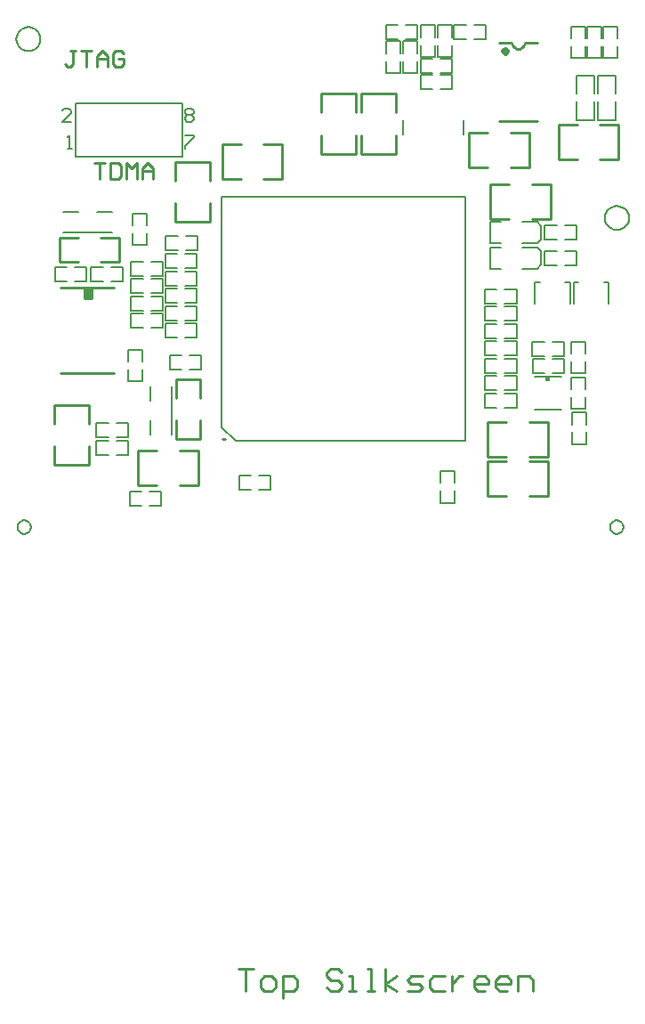
<source format=gto>
%FSLAX24Y24*%
%MOIN*%
G70*
G01*
G75*
%ADD10C,0.0040*%
%ADD11C,0.0400*%
%ADD12C,0.0157*%
%ADD13R,0.0236X0.0906*%
%ADD14R,0.0380X0.0380*%
%ADD15R,0.0315X0.0472*%
%ADD16R,0.0650X0.0500*%
%ADD17R,0.0600X0.1000*%
%ADD18R,0.0600X0.0600*%
%ADD19R,0.0551X0.0512*%
%ADD20R,0.0472X0.0394*%
%ADD21R,0.1000X0.0600*%
%ADD22R,0.0433X0.0236*%
%ADD23R,0.0800X0.0800*%
%ADD24R,0.2480X0.0846*%
%ADD25R,0.0500X0.0600*%
%ADD26R,0.0512X0.0551*%
%ADD27R,0.0394X0.0472*%
%ADD28O,0.0846X0.0138*%
%ADD29R,0.0846X0.0138*%
%ADD30R,0.1181X0.1575*%
%ADD31C,0.0100*%
%ADD32C,0.0060*%
%ADD33C,0.0050*%
%ADD34C,0.0138*%
%ADD35C,0.0200*%
%ADD36C,0.0250*%
%ADD37C,0.0130*%
%ADD38C,0.0500*%
%ADD39C,0.0300*%
%ADD40C,0.0400*%
%ADD41C,0.0110*%
%ADD42C,0.0098*%
%ADD43C,0.0600*%
%ADD44P,0.0600X8X0*%
%ADD45C,0.0620*%
%ADD46P,0.0620X8X0*%
%ADD47C,0.0180*%
%ADD48C,0.0200*%
%ADD49C,0.0500*%
%ADD50C,0.0150*%
%ADD51C,0.0080*%
%ADD52C,0.0059*%
%ADD53C,0.0098*%
%ADD54C,0.0079*%
D31*
X84633Y82835D02*
X84555D01*
X84633D01*
X97134Y94597D02*
X97834D01*
X97134Y93297D02*
X97834D01*
X98684D02*
X99384D01*
X98684Y94597D02*
X99384D01*
X97134Y93297D02*
Y94597D01*
X99384Y93297D02*
Y94597D01*
X94484Y80697D02*
Y81997D01*
X96734Y80697D02*
Y81997D01*
X94484Y80697D02*
X95184D01*
X94484Y81997D02*
X95184D01*
X96034D02*
X96734D01*
X96034Y80697D02*
X96734D01*
X82818Y82828D02*
Y83528D01*
X83718Y82828D02*
Y83528D01*
Y84378D02*
Y85078D01*
X82818Y84378D02*
Y85078D01*
Y82828D02*
X83718D01*
X82818Y85078D02*
X83718D01*
X82784Y90947D02*
X84084D01*
X82784Y93197D02*
X84084D01*
Y90947D02*
Y91647D01*
X82784Y90947D02*
Y91647D01*
Y92497D02*
Y93197D01*
X84084Y92497D02*
Y93197D01*
X88234Y93497D02*
X89534D01*
X88234Y95747D02*
X89534D01*
Y93497D02*
Y94197D01*
X88234Y93497D02*
Y94197D01*
Y95047D02*
Y95747D01*
X89534Y95047D02*
Y95747D01*
X94484Y82147D02*
Y83447D01*
X96734Y82147D02*
Y83447D01*
X94484Y82147D02*
X95184D01*
X94484Y83447D02*
X95184D01*
X96034D02*
X96734D01*
X96034Y82147D02*
X96734D01*
X83634Y81097D02*
Y82397D01*
X81384Y81097D02*
Y82397D01*
X82934D02*
X83634D01*
X82934Y81097D02*
X83634D01*
X81384D02*
X82084D01*
X81384Y82397D02*
X82084D01*
X84534Y92547D02*
Y93847D01*
X86784Y92547D02*
Y93847D01*
X84534Y92547D02*
X85234D01*
X84534Y93847D02*
X85234D01*
X86084D02*
X86784D01*
X86084Y92547D02*
X86784D01*
X94584Y91047D02*
Y92347D01*
X96834Y91047D02*
Y92347D01*
X94584Y91047D02*
X95284D01*
X94584Y92347D02*
X95284D01*
X96134D02*
X96834D01*
X96134Y91047D02*
X96834D01*
X78234Y84097D02*
X79534D01*
X78234Y81847D02*
X79534D01*
X78234Y83397D02*
Y84097D01*
X79534Y83397D02*
Y84097D01*
Y81847D02*
Y82547D01*
X78234Y81847D02*
Y82547D01*
X79534Y88097D02*
Y88497D01*
X79484Y88097D02*
Y88497D01*
X78484D02*
X80484D01*
X78484Y85297D02*
X80484D01*
X79384Y88097D02*
Y88497D01*
Y88097D02*
X79634D01*
Y88497D01*
X79984Y89447D02*
X80684D01*
X79984Y90347D02*
X80684D01*
X78434D02*
X79134D01*
X78434Y89447D02*
X79134D01*
X80684D02*
Y90347D01*
X78434Y89447D02*
Y90347D01*
X93784Y92997D02*
Y94297D01*
X96034Y92997D02*
Y94297D01*
X93784Y92997D02*
X94484D01*
X93784Y94297D02*
X94484D01*
X95334D02*
X96034D01*
X95334Y92997D02*
X96034D01*
X89734Y93497D02*
X91034D01*
X89734Y95747D02*
X91034D01*
Y93497D02*
Y94197D01*
X89734Y93497D02*
Y94197D01*
Y95047D02*
Y95747D01*
X91034Y95047D02*
Y95747D01*
X79034Y97347D02*
X78834D01*
X78934D01*
Y96847D01*
X78834Y96747D01*
X78734D01*
X78634Y96847D01*
X79234Y97347D02*
X79633D01*
X79433D01*
Y96747D01*
X79833D02*
Y97147D01*
X80033Y97347D01*
X80233Y97147D01*
Y96747D01*
Y97047D01*
X79833D01*
X80833Y97247D02*
X80733Y97347D01*
X80533D01*
X80433Y97247D01*
Y96847D01*
X80533Y96747D01*
X80733D01*
X80833Y96847D01*
Y97047D01*
X80633D01*
X79734Y93147D02*
X80134D01*
X79934D01*
Y92547D01*
X80334Y93147D02*
Y92547D01*
X80633D01*
X80733Y92647D01*
Y93047D01*
X80633Y93147D01*
X80334D01*
X80933Y92547D02*
Y93147D01*
X81133Y92947D01*
X81333Y93147D01*
Y92547D01*
X81533D02*
Y92947D01*
X81733Y93147D01*
X81933Y92947D01*
Y92547D01*
Y92847D01*
X81533D01*
D32*
X81168Y90820D02*
Y91262D01*
X81699D01*
Y90820D02*
Y91262D01*
Y90083D02*
Y90525D01*
X81168Y90083D02*
X81699D01*
X81168D02*
Y90525D01*
X97356Y90282D02*
X97798D01*
Y90813D01*
X97356D02*
X97798D01*
X96619D02*
X97061D01*
X96619Y90282D02*
Y90813D01*
Y90282D02*
X97061D01*
X94379Y85188D02*
X94821D01*
X94379Y84657D02*
Y85188D01*
Y84657D02*
X94821D01*
X95116D02*
X95558D01*
Y85188D01*
X95116D02*
X95558D01*
X97356Y89332D02*
X97798D01*
Y89863D01*
X97356D02*
X97798D01*
X96619D02*
X97061D01*
X96619Y89332D02*
Y89863D01*
Y89332D02*
X97061D01*
X94379Y85838D02*
X94821D01*
X94379Y85307D02*
Y85838D01*
Y85307D02*
X94821D01*
X95116D02*
X95558D01*
Y85838D01*
X95116D02*
X95558D01*
X83306Y85963D02*
X83748D01*
Y85432D02*
Y85963D01*
X83306Y85432D02*
X83748D01*
X82569D02*
X83011D01*
X82569D02*
Y85963D01*
X83011D01*
X80556Y82232D02*
X80998D01*
Y82763D01*
X80556D02*
X80998D01*
X79819D02*
X80261D01*
X79819Y82232D02*
Y82763D01*
Y82232D02*
X80261D01*
X80556Y82882D02*
X80998D01*
Y83413D01*
X80556D02*
X80998D01*
X79819D02*
X80261D01*
X79819Y82882D02*
Y83413D01*
Y82882D02*
X80261D01*
X97618Y86020D02*
Y86462D01*
X98149D01*
Y86020D02*
Y86462D01*
Y85283D02*
Y85725D01*
X97618Y85283D02*
X98149D01*
X97618D02*
Y85725D01*
X81069Y80332D02*
X81511D01*
X81069D02*
Y80863D01*
X81511D01*
X81806D02*
X82248D01*
Y80332D02*
Y80863D01*
X81806Y80332D02*
X82248D01*
X79006Y89263D02*
X79448D01*
Y88732D02*
Y89263D01*
X79006Y88732D02*
X79448D01*
X78269D02*
X78711D01*
X78269D02*
Y89263D01*
X78711D01*
X92718Y81179D02*
Y81622D01*
X93249D01*
Y81179D02*
Y81622D01*
Y80442D02*
Y80885D01*
X92718Y80442D02*
X93249D01*
X92718D02*
Y80885D01*
X85169Y81463D02*
X85611D01*
X85169Y80932D02*
Y81463D01*
Y80932D02*
X85611D01*
X85906D02*
X86348D01*
Y81463D01*
X85906D02*
X86348D01*
X94379Y84007D02*
X94821D01*
X94379D02*
Y84538D01*
X94821D01*
X95116D02*
X95558D01*
Y84007D02*
Y84538D01*
X95116Y84007D02*
X95558D01*
X98139Y84689D02*
Y85131D01*
X97608D02*
X98139D01*
X97608Y84689D02*
Y85131D01*
Y83952D02*
Y84394D01*
Y83952D02*
X98139D01*
Y84394D01*
X94379Y86607D02*
X94821D01*
X94379D02*
Y87138D01*
X94821D01*
X95116D02*
X95558D01*
Y86607D02*
Y87138D01*
X95116Y86607D02*
X95558D01*
X94379Y85957D02*
X94821D01*
X94379D02*
Y86488D01*
X94821D01*
X95116D02*
X95558D01*
Y85957D02*
Y86488D01*
X95116Y85957D02*
X95558D01*
X97627Y83377D02*
Y83819D01*
X98158D01*
Y83377D02*
Y83819D01*
Y82640D02*
Y83082D01*
X97627Y82640D02*
X98158D01*
X97627D02*
Y83082D01*
X81549Y85720D02*
Y86162D01*
X81018D02*
X81549D01*
X81018Y85720D02*
Y86162D01*
Y84983D02*
Y85425D01*
Y84983D02*
X81549D01*
Y85425D01*
X80356Y89263D02*
X80798D01*
Y88732D02*
Y89263D01*
X80356Y88732D02*
X80798D01*
X79619D02*
X80061D01*
X79619D02*
Y89263D01*
X80061D01*
X95116Y87788D02*
X95558D01*
Y87257D02*
Y87788D01*
X95116Y87257D02*
X95558D01*
X94379D02*
X94821D01*
X94379D02*
Y87788D01*
X94821D01*
X94379Y88438D02*
X94821D01*
X94379Y87907D02*
Y88438D01*
Y87907D02*
X94821D01*
X95116D02*
X95558D01*
Y88438D01*
X95116D02*
X95558D01*
X83141Y86623D02*
X83583D01*
Y87154D01*
X83141D02*
X83583D01*
X82404D02*
X82846D01*
X82404Y86623D02*
Y87154D01*
Y86623D02*
X82846D01*
X83141Y87273D02*
X83583D01*
Y87804D01*
X83141D02*
X83583D01*
X82404D02*
X82846D01*
X82404Y87273D02*
Y87804D01*
Y87273D02*
X82846D01*
X81856Y86982D02*
X82298D01*
Y87513D01*
X81856D02*
X82298D01*
X81119D02*
X81561D01*
X81119Y86982D02*
Y87513D01*
Y86982D02*
X81561D01*
X96159Y85832D02*
X96601D01*
X96159Y85301D02*
Y85832D01*
Y85301D02*
X96601D01*
X96896D02*
X97338D01*
Y85832D01*
X96896D02*
X97338D01*
X81856Y87632D02*
X82298D01*
Y88163D01*
X81856D02*
X82298D01*
X81119D02*
X81561D01*
X81119Y87632D02*
Y88163D01*
Y87632D02*
X81561D01*
X83141Y87923D02*
X83583D01*
Y88454D01*
X83141D02*
X83583D01*
X82404D02*
X82846D01*
X82404Y87923D02*
Y88454D01*
Y87923D02*
X82846D01*
X81856Y88282D02*
X82298D01*
Y88813D01*
X81856D02*
X82298D01*
X81119D02*
X81561D01*
X81119Y88282D02*
Y88813D01*
Y88282D02*
X81561D01*
X83141Y88573D02*
X83583D01*
Y89104D01*
X83141D02*
X83583D01*
X82404D02*
X82846D01*
X82404Y88573D02*
Y89104D01*
Y88573D02*
X82846D01*
X81856Y88932D02*
X82298D01*
Y89463D01*
X81856D02*
X82298D01*
X81119D02*
X81561D01*
X81119Y88932D02*
Y89463D01*
Y88932D02*
X81561D01*
X83141Y89223D02*
X83583D01*
Y89754D01*
X83141D02*
X83583D01*
X82404D02*
X82846D01*
X82404Y89223D02*
Y89754D01*
Y89223D02*
X82846D01*
X83156Y89882D02*
X83598D01*
Y90413D01*
X83156D02*
X83598D01*
X82419D02*
X82861D01*
X82419Y89882D02*
Y90413D01*
Y89882D02*
X82861D01*
X91849Y96533D02*
Y96975D01*
X91318Y96533D02*
X91849D01*
X91318D02*
Y96975D01*
Y97270D02*
Y97712D01*
X91849D01*
Y97270D02*
Y97712D01*
X93956Y98313D02*
X94398D01*
Y97782D02*
Y98313D01*
X93956Y97782D02*
X94398D01*
X93219D02*
X93661D01*
X93219D02*
Y98313D01*
X93661D01*
X92706Y97063D02*
X93148D01*
Y96532D02*
Y97063D01*
X92706Y96532D02*
X93148D01*
X91969D02*
X92411D01*
X91969D02*
Y97063D01*
X92411D01*
X97618Y97820D02*
Y98262D01*
X98149D01*
Y97820D02*
Y98262D01*
Y97083D02*
Y97525D01*
X97618Y97083D02*
X98149D01*
X97618D02*
Y97525D01*
X91406Y98313D02*
X91848D01*
Y97782D02*
Y98313D01*
X91406Y97782D02*
X91848D01*
X90669D02*
X91111D01*
X90669D02*
Y98313D01*
X91111D01*
X96154Y85917D02*
X96596D01*
X96154D02*
Y86448D01*
X96596D01*
X96891D02*
X97333D01*
Y85917D02*
Y86448D01*
X96891Y85917D02*
X97333D01*
X91969Y95932D02*
X92411D01*
X91969D02*
Y96463D01*
X92411D01*
X92706D02*
X93148D01*
Y95932D02*
Y96463D01*
X92706Y95932D02*
X93148D01*
X99349Y97083D02*
Y97525D01*
X98818Y97083D02*
X99349D01*
X98818D02*
Y97525D01*
Y97820D02*
Y98262D01*
X99349D01*
Y97820D02*
Y98262D01*
X98749Y97083D02*
Y97525D01*
X98218Y97083D02*
X98749D01*
X98218D02*
Y97525D01*
Y97820D02*
Y98262D01*
X98749D01*
Y97820D02*
Y98262D01*
X92499Y97133D02*
Y97575D01*
X91968Y97133D02*
X92499D01*
X91968D02*
Y97575D01*
Y97870D02*
Y98312D01*
X92499D01*
Y97870D02*
Y98312D01*
X93149Y97133D02*
Y97575D01*
X92618Y97133D02*
X93149D01*
X92618D02*
Y97575D01*
Y97870D02*
Y98312D01*
X93149D01*
Y97870D02*
Y98312D01*
X97804Y94767D02*
Y95447D01*
Y94767D02*
X98464D01*
Y95447D01*
X97804Y95747D02*
Y96427D01*
X98464D01*
Y95747D02*
Y96427D01*
X98604Y94767D02*
Y95447D01*
Y94767D02*
X99264D01*
Y95447D01*
X98604Y95747D02*
Y96427D01*
X99264D01*
Y95747D02*
Y96427D01*
X90668Y96533D02*
Y96975D01*
Y96533D02*
X91199D01*
Y96975D01*
Y97270D02*
Y97712D01*
X90668D02*
X91199D01*
X90668Y97270D02*
Y97712D01*
D42*
X85145Y62992D02*
X85696D01*
X85421D01*
Y62165D01*
X86109D02*
X86385D01*
X86523Y62303D01*
Y62578D01*
X86385Y62716D01*
X86109D01*
X85972Y62578D01*
Y62303D01*
X86109Y62165D01*
X86798Y61890D02*
Y62716D01*
X87211D01*
X87349Y62578D01*
Y62303D01*
X87211Y62165D01*
X86798D01*
X89002Y62854D02*
X88864Y62992D01*
X88589D01*
X88451Y62854D01*
Y62716D01*
X88589Y62578D01*
X88864D01*
X89002Y62441D01*
Y62303D01*
X88864Y62165D01*
X88589D01*
X88451Y62303D01*
X89278Y62165D02*
X89553D01*
X89415D01*
Y62716D01*
X89278D01*
X89966Y62165D02*
X90242D01*
X90104D01*
Y62992D01*
X89966D01*
X90655Y62165D02*
Y62992D01*
Y62441D02*
X91068Y62716D01*
X90655Y62441D02*
X91068Y62165D01*
X91482D02*
X91895D01*
X92033Y62303D01*
X91895Y62441D01*
X91619D01*
X91482Y62578D01*
X91619Y62716D01*
X92033D01*
X92859D02*
X92446D01*
X92308Y62578D01*
Y62303D01*
X92446Y62165D01*
X92859D01*
X93135Y62716D02*
Y62165D01*
Y62441D01*
X93272Y62578D01*
X93410Y62716D01*
X93548D01*
X94374Y62165D02*
X94099D01*
X93961Y62303D01*
Y62578D01*
X94099Y62716D01*
X94374D01*
X94512Y62578D01*
Y62441D01*
X93961D01*
X95201Y62165D02*
X94925D01*
X94788Y62303D01*
Y62578D01*
X94925Y62716D01*
X95201D01*
X95339Y62578D01*
Y62441D01*
X94788D01*
X95614Y62165D02*
Y62716D01*
X96027D01*
X96165Y62578D01*
Y62165D01*
D50*
X95195Y97347D02*
X95125Y97417D01*
X95055Y97347D01*
X95125Y97277D01*
X95195Y97347D01*
D51*
X99768Y91102D02*
X99757Y91202D01*
X99724Y91297D01*
X99670Y91383D01*
X99599Y91454D01*
X99514Y91508D01*
X99418Y91541D01*
X99318Y91552D01*
X99218Y91541D01*
X99123Y91508D01*
X99038Y91454D01*
X98967Y91383D01*
X98913Y91297D01*
X98880Y91202D01*
X98868Y91102D01*
X98880Y91002D01*
X98913Y90907D01*
X98967Y90822D01*
X99038Y90750D01*
X99123Y90697D01*
X99218Y90663D01*
X99318Y90652D01*
X99418Y90663D01*
X99514Y90697D01*
X99599Y90750D01*
X99670Y90822D01*
X99724Y90907D01*
X99757Y91002D01*
X99768Y91102D01*
X77721Y97795D02*
X77710Y97895D01*
X77677Y97990D01*
X77623Y98076D01*
X77552Y98147D01*
X77466Y98201D01*
X77371Y98234D01*
X77271Y98245D01*
X77171Y98234D01*
X77076Y98201D01*
X76991Y98147D01*
X76919Y98076D01*
X76866Y97990D01*
X76832Y97895D01*
X76821Y97795D01*
X76832Y97695D01*
X76866Y97600D01*
X76919Y97515D01*
X76991Y97443D01*
X77076Y97390D01*
X77171Y97356D01*
X77271Y97345D01*
X77371Y97356D01*
X77466Y97390D01*
X77552Y97443D01*
X77623Y97515D01*
X77677Y97600D01*
X77710Y97695D01*
X77721Y97795D01*
X98826Y88686D02*
X99006D01*
X97696D02*
X97876D01*
X97696Y87886D02*
Y88686D01*
X99006Y87886D02*
Y88686D01*
X95784Y90147D02*
X96334D01*
X96484Y90297D01*
Y90797D01*
X96334Y90947D02*
X96484Y90797D01*
X95784Y90947D02*
X96334D01*
X94584D02*
X94984D01*
X94584Y90147D02*
X94984D01*
X94584D02*
Y90947D01*
X95784Y89197D02*
X96334D01*
X96484Y89347D01*
Y89847D01*
X96334Y89997D02*
X96484Y89847D01*
X95784Y89997D02*
X96334D01*
X94584D02*
X94984D01*
X94584Y89197D02*
X94984D01*
X94584D02*
Y89997D01*
X97376Y88686D02*
X97556D01*
X96246D02*
X96426D01*
X96246Y87886D02*
Y88686D01*
X97556Y87886D02*
Y88686D01*
X96227Y83933D02*
X97247D01*
X96773Y85038D02*
Y85138D01*
X96673Y85038D02*
X96773D01*
X96673D02*
Y85138D01*
X96223Y85153D02*
X97243D01*
X96673Y85088D02*
X96773D01*
X93575Y94215D02*
Y94746D01*
X91292Y94215D02*
Y94746D01*
X79034Y93397D02*
X83034D01*
X79034Y95397D02*
X83034D01*
X79034Y93397D02*
Y95397D01*
X83034Y93397D02*
Y95397D01*
X78867Y94697D02*
X78534D01*
X78867Y95031D01*
Y95114D01*
X78784Y95197D01*
X78617D01*
X78534Y95114D01*
X78734Y93697D02*
X78900D01*
X78817D01*
Y94197D01*
X78734Y94114D01*
X83134Y94197D02*
X83467D01*
Y94114D01*
X83134Y93781D01*
Y93697D01*
Y95114D02*
X83217Y95197D01*
X83384D01*
X83467Y95114D01*
Y95031D01*
X83384Y94947D01*
X83467Y94864D01*
Y94781D01*
X83384Y94697D01*
X83217D01*
X83134Y94781D01*
Y94864D01*
X83217Y94947D01*
X83134Y95031D01*
Y95114D01*
X83217Y94947D02*
X83384D01*
D52*
X99574Y79527D02*
X99555Y79625D01*
X99499Y79708D01*
X99416Y79764D01*
X99318Y79783D01*
X99220Y79764D01*
X99137Y79708D01*
X99082Y79625D01*
X99062Y79527D01*
X99082Y79429D01*
X99137Y79346D01*
X99220Y79291D01*
X99318Y79271D01*
X99416Y79291D01*
X99499Y79346D01*
X99555Y79429D01*
X99574Y79527D01*
X77370D02*
X77350Y79625D01*
X77295Y79708D01*
X77212Y79764D01*
X77114Y79783D01*
X77016Y79764D01*
X76933Y79708D01*
X76877Y79625D01*
X76858Y79527D01*
X76877Y79429D01*
X76933Y79346D01*
X77016Y79291D01*
X77114Y79271D01*
X77212Y79291D01*
X77295Y79346D01*
X77350Y79429D01*
X77370Y79527D01*
D53*
X95387Y97672D02*
X95410Y97570D01*
X95476Y97488D01*
X95571Y97442D01*
X95676D01*
X95770Y97488D01*
X95836Y97570D01*
X95859Y97672D01*
X94914Y94720D02*
X96332D01*
X95859Y97672D02*
X96332D01*
X94914D02*
X95387D01*
D54*
X82627Y82992D02*
Y84803D01*
X81840Y82992D02*
Y83543D01*
Y84252D02*
Y84803D01*
X78578Y90554D02*
X80389D01*
X78578Y91341D02*
X79129D01*
X79838D02*
X80389D01*
X84515Y83268D02*
Y91890D01*
Y83268D02*
X85027Y82756D01*
X93649D01*
X84515Y91890D02*
X93649D01*
Y82756D02*
Y91890D01*
M02*

</source>
